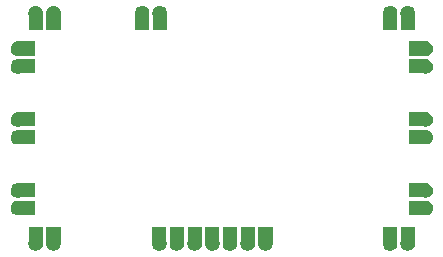
<source format=gbr>
G04 #@! TF.FileFunction,Soldermask,Bot*
%FSLAX46Y46*%
G04 Gerber Fmt 4.6, Leading zero omitted, Abs format (unit mm)*
G04 Created by KiCad (PCBNEW (2015-09-15 BZR 13, Git 37c8462)-brewed_product) date Thursday, 17 September 2015 'pmt' 19:10:14*
%MOMM*%
G01*
G04 APERTURE LIST*
%ADD10C,0.020000*%
G04 APERTURE END LIST*
D10*
G36*
X113601600Y-108831547D02*
X113602133Y-108836985D01*
X113622290Y-108938789D01*
X113622290Y-108938793D01*
X113622327Y-108938980D01*
X113620380Y-109078372D01*
X113620338Y-109078556D01*
X113620338Y-109078565D01*
X113593344Y-109197379D01*
X113543706Y-109308868D01*
X113473359Y-109408592D01*
X113384980Y-109492753D01*
X113281940Y-109558146D01*
X113168162Y-109602277D01*
X113047972Y-109623469D01*
X112925961Y-109620914D01*
X112806766Y-109594707D01*
X112694935Y-109545849D01*
X112594723Y-109476200D01*
X112509947Y-109388412D01*
X112443838Y-109285830D01*
X112398910Y-109172356D01*
X112376880Y-109052324D01*
X112378584Y-108930297D01*
X112397788Y-108839947D01*
X112398400Y-108834126D01*
X112398400Y-107598400D01*
X113601600Y-107598400D01*
X113601600Y-108831547D01*
X113601600Y-108831547D01*
G37*
G36*
X115101600Y-108831547D02*
X115102133Y-108836985D01*
X115122290Y-108938789D01*
X115122290Y-108938793D01*
X115122327Y-108938980D01*
X115120380Y-109078372D01*
X115120338Y-109078556D01*
X115120338Y-109078565D01*
X115093344Y-109197379D01*
X115043706Y-109308868D01*
X114973359Y-109408592D01*
X114884980Y-109492753D01*
X114781940Y-109558146D01*
X114668162Y-109602277D01*
X114547972Y-109623469D01*
X114425961Y-109620914D01*
X114306766Y-109594707D01*
X114194935Y-109545849D01*
X114094723Y-109476200D01*
X114009947Y-109388412D01*
X113943838Y-109285830D01*
X113898910Y-109172356D01*
X113876880Y-109052324D01*
X113878584Y-108930297D01*
X113897788Y-108839947D01*
X113898400Y-108834126D01*
X113898400Y-107598400D01*
X115101600Y-107598400D01*
X115101600Y-108831547D01*
X115101600Y-108831547D01*
G37*
G36*
X124051600Y-108831547D02*
X124052133Y-108836985D01*
X124072290Y-108938789D01*
X124072290Y-108938793D01*
X124072327Y-108938980D01*
X124070380Y-109078372D01*
X124070338Y-109078556D01*
X124070338Y-109078565D01*
X124043344Y-109197379D01*
X123993706Y-109308868D01*
X123923359Y-109408592D01*
X123834980Y-109492753D01*
X123731940Y-109558146D01*
X123618162Y-109602277D01*
X123497972Y-109623469D01*
X123375961Y-109620914D01*
X123256766Y-109594707D01*
X123144935Y-109545849D01*
X123044723Y-109476200D01*
X122959947Y-109388412D01*
X122893838Y-109285830D01*
X122848910Y-109172356D01*
X122826880Y-109052324D01*
X122828584Y-108930297D01*
X122847788Y-108839947D01*
X122848400Y-108834126D01*
X122848400Y-107598400D01*
X124051600Y-107598400D01*
X124051600Y-108831547D01*
X124051600Y-108831547D01*
G37*
G36*
X125551600Y-108831547D02*
X125552133Y-108836985D01*
X125572290Y-108938789D01*
X125572290Y-108938793D01*
X125572327Y-108938980D01*
X125570380Y-109078372D01*
X125570338Y-109078556D01*
X125570338Y-109078565D01*
X125543344Y-109197379D01*
X125493706Y-109308868D01*
X125423359Y-109408592D01*
X125334980Y-109492753D01*
X125231940Y-109558146D01*
X125118162Y-109602277D01*
X124997972Y-109623469D01*
X124875961Y-109620914D01*
X124756766Y-109594707D01*
X124644935Y-109545849D01*
X124544723Y-109476200D01*
X124459947Y-109388412D01*
X124393838Y-109285830D01*
X124348910Y-109172356D01*
X124326880Y-109052324D01*
X124328584Y-108930297D01*
X124347788Y-108839947D01*
X124348400Y-108834126D01*
X124348400Y-107598400D01*
X125551600Y-107598400D01*
X125551600Y-108831547D01*
X125551600Y-108831547D01*
G37*
G36*
X127051600Y-108831547D02*
X127052133Y-108836985D01*
X127072290Y-108938789D01*
X127072290Y-108938793D01*
X127072327Y-108938980D01*
X127070380Y-109078372D01*
X127070338Y-109078556D01*
X127070338Y-109078565D01*
X127043344Y-109197379D01*
X126993706Y-109308868D01*
X126923359Y-109408592D01*
X126834980Y-109492753D01*
X126731940Y-109558146D01*
X126618162Y-109602277D01*
X126497972Y-109623469D01*
X126375961Y-109620914D01*
X126256766Y-109594707D01*
X126144935Y-109545849D01*
X126044723Y-109476200D01*
X125959947Y-109388412D01*
X125893838Y-109285830D01*
X125848910Y-109172356D01*
X125826880Y-109052324D01*
X125828584Y-108930297D01*
X125847788Y-108839947D01*
X125848400Y-108834126D01*
X125848400Y-107598400D01*
X127051600Y-107598400D01*
X127051600Y-108831547D01*
X127051600Y-108831547D01*
G37*
G36*
X128551600Y-108831547D02*
X128552133Y-108836985D01*
X128572290Y-108938789D01*
X128572290Y-108938793D01*
X128572327Y-108938980D01*
X128570380Y-109078372D01*
X128570338Y-109078556D01*
X128570338Y-109078565D01*
X128543344Y-109197379D01*
X128493706Y-109308868D01*
X128423359Y-109408592D01*
X128334980Y-109492753D01*
X128231940Y-109558146D01*
X128118162Y-109602277D01*
X127997972Y-109623469D01*
X127875961Y-109620914D01*
X127756766Y-109594707D01*
X127644935Y-109545849D01*
X127544723Y-109476200D01*
X127459947Y-109388412D01*
X127393838Y-109285830D01*
X127348910Y-109172356D01*
X127326880Y-109052324D01*
X127328584Y-108930297D01*
X127347788Y-108839947D01*
X127348400Y-108834126D01*
X127348400Y-107598400D01*
X128551600Y-107598400D01*
X128551600Y-108831547D01*
X128551600Y-108831547D01*
G37*
G36*
X130051600Y-108831547D02*
X130052133Y-108836985D01*
X130072290Y-108938789D01*
X130072290Y-108938793D01*
X130072327Y-108938980D01*
X130070380Y-109078372D01*
X130070338Y-109078556D01*
X130070338Y-109078565D01*
X130043344Y-109197379D01*
X129993706Y-109308868D01*
X129923359Y-109408592D01*
X129834980Y-109492753D01*
X129731940Y-109558146D01*
X129618162Y-109602277D01*
X129497972Y-109623469D01*
X129375961Y-109620914D01*
X129256766Y-109594707D01*
X129144935Y-109545849D01*
X129044723Y-109476200D01*
X128959947Y-109388412D01*
X128893838Y-109285830D01*
X128848910Y-109172356D01*
X128826880Y-109052324D01*
X128828584Y-108930297D01*
X128847788Y-108839947D01*
X128848400Y-108834126D01*
X128848400Y-107598400D01*
X130051600Y-107598400D01*
X130051600Y-108831547D01*
X130051600Y-108831547D01*
G37*
G36*
X131551600Y-108831547D02*
X131552133Y-108836985D01*
X131572290Y-108938789D01*
X131572290Y-108938793D01*
X131572327Y-108938980D01*
X131570380Y-109078372D01*
X131570338Y-109078556D01*
X131570338Y-109078565D01*
X131543344Y-109197379D01*
X131493706Y-109308868D01*
X131423359Y-109408592D01*
X131334980Y-109492753D01*
X131231940Y-109558146D01*
X131118162Y-109602277D01*
X130997972Y-109623469D01*
X130875961Y-109620914D01*
X130756766Y-109594707D01*
X130644935Y-109545849D01*
X130544723Y-109476200D01*
X130459947Y-109388412D01*
X130393838Y-109285830D01*
X130348910Y-109172356D01*
X130326880Y-109052324D01*
X130328584Y-108930297D01*
X130347788Y-108839947D01*
X130348400Y-108834126D01*
X130348400Y-107598400D01*
X131551600Y-107598400D01*
X131551600Y-108831547D01*
X131551600Y-108831547D01*
G37*
G36*
X133051600Y-108831547D02*
X133052133Y-108836985D01*
X133072290Y-108938789D01*
X133072290Y-108938793D01*
X133072327Y-108938980D01*
X133070380Y-109078372D01*
X133070338Y-109078556D01*
X133070338Y-109078565D01*
X133043344Y-109197379D01*
X132993706Y-109308868D01*
X132923359Y-109408592D01*
X132834980Y-109492753D01*
X132731940Y-109558146D01*
X132618162Y-109602277D01*
X132497972Y-109623469D01*
X132375961Y-109620914D01*
X132256766Y-109594707D01*
X132144935Y-109545849D01*
X132044723Y-109476200D01*
X131959947Y-109388412D01*
X131893838Y-109285830D01*
X131848910Y-109172356D01*
X131826880Y-109052324D01*
X131828584Y-108930297D01*
X131847788Y-108839947D01*
X131848400Y-108834126D01*
X131848400Y-107598400D01*
X133051600Y-107598400D01*
X133051600Y-108831547D01*
X133051600Y-108831547D01*
G37*
G36*
X143601600Y-108831547D02*
X143602133Y-108836985D01*
X143622290Y-108938789D01*
X143622290Y-108938793D01*
X143622327Y-108938980D01*
X143620380Y-109078372D01*
X143620338Y-109078556D01*
X143620338Y-109078565D01*
X143593344Y-109197379D01*
X143543706Y-109308868D01*
X143473359Y-109408592D01*
X143384980Y-109492753D01*
X143281940Y-109558146D01*
X143168162Y-109602277D01*
X143047972Y-109623469D01*
X142925961Y-109620914D01*
X142806766Y-109594707D01*
X142694935Y-109545849D01*
X142594723Y-109476200D01*
X142509947Y-109388412D01*
X142443838Y-109285830D01*
X142398910Y-109172356D01*
X142376880Y-109052324D01*
X142378584Y-108930297D01*
X142397788Y-108839947D01*
X142398400Y-108834126D01*
X142398400Y-107598400D01*
X143601600Y-107598400D01*
X143601600Y-108831547D01*
X143601600Y-108831547D01*
G37*
G36*
X145101600Y-108831547D02*
X145102133Y-108836985D01*
X145122290Y-108938789D01*
X145122290Y-108938793D01*
X145122327Y-108938980D01*
X145120380Y-109078372D01*
X145120338Y-109078556D01*
X145120338Y-109078565D01*
X145093344Y-109197379D01*
X145043706Y-109308868D01*
X144973359Y-109408592D01*
X144884980Y-109492753D01*
X144781940Y-109558146D01*
X144668162Y-109602277D01*
X144547972Y-109623469D01*
X144425961Y-109620914D01*
X144306766Y-109594707D01*
X144194935Y-109545849D01*
X144094723Y-109476200D01*
X144009947Y-109388412D01*
X143943838Y-109285830D01*
X143898910Y-109172356D01*
X143876880Y-109052324D01*
X143878584Y-108930297D01*
X143897788Y-108839947D01*
X143898400Y-108834126D01*
X143898400Y-107598400D01*
X145101600Y-107598400D01*
X145101600Y-108831547D01*
X145101600Y-108831547D01*
G37*
G36*
X146065362Y-105378113D02*
X146184911Y-105402652D01*
X146297414Y-105449944D01*
X146398588Y-105518186D01*
X146484582Y-105604784D01*
X146552119Y-105706435D01*
X146598624Y-105819263D01*
X146622290Y-105938789D01*
X146622290Y-105938793D01*
X146622327Y-105938980D01*
X146620380Y-106078372D01*
X146620338Y-106078556D01*
X146620338Y-106078565D01*
X146593344Y-106197379D01*
X146543706Y-106308868D01*
X146473359Y-106408592D01*
X146384980Y-106492753D01*
X146281940Y-106558146D01*
X146168162Y-106602277D01*
X146047972Y-106623469D01*
X145925961Y-106620914D01*
X145841087Y-106602253D01*
X145835074Y-106601600D01*
X144598400Y-106601600D01*
X144598400Y-105398400D01*
X145829863Y-105398400D01*
X145835110Y-105397904D01*
X145943328Y-105377260D01*
X146065362Y-105378113D01*
X146065362Y-105378113D01*
G37*
G36*
X111565362Y-105378113D02*
X111661410Y-105397828D01*
X111667040Y-105398400D01*
X112901600Y-105398400D01*
X112901600Y-106601600D01*
X111674455Y-106601600D01*
X111669593Y-106602025D01*
X111547973Y-106623469D01*
X111425961Y-106620914D01*
X111306766Y-106594707D01*
X111194935Y-106545849D01*
X111094723Y-106476200D01*
X111009947Y-106388412D01*
X110943838Y-106285830D01*
X110898910Y-106172356D01*
X110876880Y-106052324D01*
X110878584Y-105930297D01*
X110903956Y-105810927D01*
X110952036Y-105698751D01*
X111020982Y-105598058D01*
X111108178Y-105512669D01*
X111210295Y-105445846D01*
X111323448Y-105400129D01*
X111443328Y-105377260D01*
X111565362Y-105378113D01*
X111565362Y-105378113D01*
G37*
G36*
X111565362Y-103878113D02*
X111661410Y-103897828D01*
X111667040Y-103898400D01*
X112901600Y-103898400D01*
X112901600Y-105101600D01*
X111674455Y-105101600D01*
X111669593Y-105102025D01*
X111547973Y-105123469D01*
X111425961Y-105120914D01*
X111306766Y-105094707D01*
X111194935Y-105045849D01*
X111094723Y-104976200D01*
X111009947Y-104888412D01*
X110943838Y-104785830D01*
X110898910Y-104672356D01*
X110876880Y-104552324D01*
X110878584Y-104430297D01*
X110903956Y-104310927D01*
X110952036Y-104198751D01*
X111020982Y-104098058D01*
X111108178Y-104012669D01*
X111210295Y-103945846D01*
X111323448Y-103900129D01*
X111443328Y-103877260D01*
X111565362Y-103878113D01*
X111565362Y-103878113D01*
G37*
G36*
X146065362Y-103878113D02*
X146184911Y-103902652D01*
X146297414Y-103949944D01*
X146398588Y-104018186D01*
X146484582Y-104104784D01*
X146552119Y-104206435D01*
X146598624Y-104319263D01*
X146622290Y-104438789D01*
X146622290Y-104438793D01*
X146622327Y-104438980D01*
X146620380Y-104578372D01*
X146620338Y-104578556D01*
X146620338Y-104578565D01*
X146593344Y-104697379D01*
X146543706Y-104808868D01*
X146473359Y-104908592D01*
X146384980Y-104992753D01*
X146281940Y-105058146D01*
X146168162Y-105102277D01*
X146047972Y-105123469D01*
X145925961Y-105120914D01*
X145841087Y-105102253D01*
X145835074Y-105101600D01*
X144598400Y-105101600D01*
X144598400Y-103898400D01*
X145829863Y-103898400D01*
X145835110Y-103897904D01*
X145943328Y-103877260D01*
X146065362Y-103878113D01*
X146065362Y-103878113D01*
G37*
G36*
X111565362Y-99378113D02*
X111661410Y-99397828D01*
X111667040Y-99398400D01*
X112901600Y-99398400D01*
X112901600Y-100601600D01*
X111674455Y-100601600D01*
X111669593Y-100602025D01*
X111547973Y-100623469D01*
X111425961Y-100620914D01*
X111306766Y-100594707D01*
X111194935Y-100545849D01*
X111094723Y-100476200D01*
X111009947Y-100388412D01*
X110943838Y-100285830D01*
X110898910Y-100172356D01*
X110876880Y-100052324D01*
X110878584Y-99930297D01*
X110903956Y-99810927D01*
X110952036Y-99698751D01*
X111020982Y-99598058D01*
X111108178Y-99512669D01*
X111210295Y-99445846D01*
X111323448Y-99400129D01*
X111443328Y-99377260D01*
X111565362Y-99378113D01*
X111565362Y-99378113D01*
G37*
G36*
X146065362Y-99378113D02*
X146184911Y-99402652D01*
X146297414Y-99449944D01*
X146398588Y-99518186D01*
X146484582Y-99604784D01*
X146552119Y-99706435D01*
X146598624Y-99819263D01*
X146622290Y-99938789D01*
X146622290Y-99938793D01*
X146622327Y-99938980D01*
X146620380Y-100078372D01*
X146620338Y-100078556D01*
X146620338Y-100078565D01*
X146593344Y-100197379D01*
X146543706Y-100308868D01*
X146473359Y-100408592D01*
X146384980Y-100492753D01*
X146281940Y-100558146D01*
X146168162Y-100602277D01*
X146047972Y-100623469D01*
X145925961Y-100620914D01*
X145841087Y-100602253D01*
X145835074Y-100601600D01*
X144598400Y-100601600D01*
X144598400Y-99398400D01*
X145829863Y-99398400D01*
X145835110Y-99397904D01*
X145943328Y-99377260D01*
X146065362Y-99378113D01*
X146065362Y-99378113D01*
G37*
G36*
X111565362Y-97878113D02*
X111661410Y-97897828D01*
X111667040Y-97898400D01*
X112901600Y-97898400D01*
X112901600Y-99101600D01*
X111674455Y-99101600D01*
X111669593Y-99102025D01*
X111547973Y-99123469D01*
X111425961Y-99120914D01*
X111306766Y-99094707D01*
X111194935Y-99045849D01*
X111094723Y-98976200D01*
X111009947Y-98888412D01*
X110943838Y-98785830D01*
X110898910Y-98672356D01*
X110876880Y-98552324D01*
X110878584Y-98430297D01*
X110903956Y-98310927D01*
X110952036Y-98198751D01*
X111020982Y-98098058D01*
X111108178Y-98012669D01*
X111210295Y-97945846D01*
X111323448Y-97900129D01*
X111443328Y-97877260D01*
X111565362Y-97878113D01*
X111565362Y-97878113D01*
G37*
G36*
X146065362Y-97878113D02*
X146184911Y-97902652D01*
X146297414Y-97949944D01*
X146398588Y-98018186D01*
X146484582Y-98104784D01*
X146552119Y-98206435D01*
X146598624Y-98319263D01*
X146622290Y-98438789D01*
X146622290Y-98438793D01*
X146622327Y-98438980D01*
X146620380Y-98578372D01*
X146620338Y-98578556D01*
X146620338Y-98578565D01*
X146593344Y-98697379D01*
X146543706Y-98808868D01*
X146473359Y-98908592D01*
X146384980Y-98992753D01*
X146281940Y-99058146D01*
X146168162Y-99102277D01*
X146047972Y-99123469D01*
X145925961Y-99120914D01*
X145841087Y-99102253D01*
X145835074Y-99101600D01*
X144598400Y-99101600D01*
X144598400Y-97898400D01*
X145829863Y-97898400D01*
X145835110Y-97897904D01*
X145943328Y-97877260D01*
X146065362Y-97878113D01*
X146065362Y-97878113D01*
G37*
G36*
X111565362Y-93378113D02*
X111661410Y-93397828D01*
X111667040Y-93398400D01*
X112901600Y-93398400D01*
X112901600Y-94601600D01*
X111674455Y-94601600D01*
X111669593Y-94602025D01*
X111547973Y-94623469D01*
X111425961Y-94620914D01*
X111306766Y-94594707D01*
X111194935Y-94545849D01*
X111094723Y-94476200D01*
X111009947Y-94388412D01*
X110943838Y-94285830D01*
X110898910Y-94172356D01*
X110876880Y-94052324D01*
X110878584Y-93930297D01*
X110903956Y-93810927D01*
X110952036Y-93698751D01*
X111020982Y-93598058D01*
X111108178Y-93512669D01*
X111210295Y-93445846D01*
X111323448Y-93400129D01*
X111443328Y-93377260D01*
X111565362Y-93378113D01*
X111565362Y-93378113D01*
G37*
G36*
X146065362Y-93378113D02*
X146184911Y-93402652D01*
X146297414Y-93449944D01*
X146398588Y-93518186D01*
X146484582Y-93604784D01*
X146552119Y-93706435D01*
X146598624Y-93819263D01*
X146622290Y-93938789D01*
X146622290Y-93938793D01*
X146622327Y-93938980D01*
X146620380Y-94078372D01*
X146620338Y-94078556D01*
X146620338Y-94078565D01*
X146593344Y-94197379D01*
X146543706Y-94308868D01*
X146473359Y-94408592D01*
X146384980Y-94492753D01*
X146281940Y-94558146D01*
X146168162Y-94602277D01*
X146047972Y-94623469D01*
X145925961Y-94620914D01*
X145841087Y-94602253D01*
X145835074Y-94601600D01*
X144598400Y-94601600D01*
X144598400Y-93398400D01*
X145829863Y-93398400D01*
X145835110Y-93397904D01*
X145943328Y-93377260D01*
X146065362Y-93378113D01*
X146065362Y-93378113D01*
G37*
G36*
X146065362Y-91878113D02*
X146184911Y-91902652D01*
X146297414Y-91949944D01*
X146398588Y-92018186D01*
X146484582Y-92104784D01*
X146552119Y-92206435D01*
X146598624Y-92319263D01*
X146622290Y-92438789D01*
X146622290Y-92438793D01*
X146622327Y-92438980D01*
X146620380Y-92578372D01*
X146620338Y-92578556D01*
X146620338Y-92578565D01*
X146593344Y-92697379D01*
X146543706Y-92808868D01*
X146473359Y-92908592D01*
X146384980Y-92992753D01*
X146281940Y-93058146D01*
X146168162Y-93102277D01*
X146047972Y-93123469D01*
X145925961Y-93120914D01*
X145841087Y-93102253D01*
X145835074Y-93101600D01*
X144598400Y-93101600D01*
X144598400Y-91898400D01*
X145829863Y-91898400D01*
X145835110Y-91897904D01*
X145943328Y-91877260D01*
X146065362Y-91878113D01*
X146065362Y-91878113D01*
G37*
G36*
X111565362Y-91878113D02*
X111661410Y-91897828D01*
X111667040Y-91898400D01*
X112901600Y-91898400D01*
X112901600Y-93101600D01*
X111674455Y-93101600D01*
X111669593Y-93102025D01*
X111547973Y-93123469D01*
X111425961Y-93120914D01*
X111306766Y-93094707D01*
X111194935Y-93045849D01*
X111094723Y-92976200D01*
X111009947Y-92888412D01*
X110943838Y-92785830D01*
X110898910Y-92672356D01*
X110876880Y-92552324D01*
X110878584Y-92430297D01*
X110903956Y-92310927D01*
X110952036Y-92198751D01*
X111020982Y-92098058D01*
X111108178Y-92012669D01*
X111210295Y-91945846D01*
X111323448Y-91900129D01*
X111443328Y-91877260D01*
X111565362Y-91878113D01*
X111565362Y-91878113D01*
G37*
G36*
X113065362Y-88878113D02*
X113184911Y-88902652D01*
X113297414Y-88949944D01*
X113398588Y-89018186D01*
X113484582Y-89104784D01*
X113552119Y-89206435D01*
X113598624Y-89319263D01*
X113622290Y-89438789D01*
X113622290Y-89438793D01*
X113622327Y-89438980D01*
X113620380Y-89578372D01*
X113620338Y-89578556D01*
X113620338Y-89578565D01*
X113602296Y-89657978D01*
X113601600Y-89664181D01*
X113601600Y-90901600D01*
X112398400Y-90901600D01*
X112398400Y-89672126D01*
X112397940Y-89667072D01*
X112376880Y-89552324D01*
X112378584Y-89430297D01*
X112403956Y-89310927D01*
X112452036Y-89198751D01*
X112520982Y-89098058D01*
X112608178Y-89012669D01*
X112710295Y-88945846D01*
X112823448Y-88900129D01*
X112943328Y-88877260D01*
X113065362Y-88878113D01*
X113065362Y-88878113D01*
G37*
G36*
X114565362Y-88878113D02*
X114684911Y-88902652D01*
X114797414Y-88949944D01*
X114898588Y-89018186D01*
X114984582Y-89104784D01*
X115052119Y-89206435D01*
X115098624Y-89319263D01*
X115122290Y-89438789D01*
X115122290Y-89438793D01*
X115122327Y-89438980D01*
X115120380Y-89578372D01*
X115120338Y-89578556D01*
X115120338Y-89578565D01*
X115102296Y-89657978D01*
X115101600Y-89664181D01*
X115101600Y-90901600D01*
X113898400Y-90901600D01*
X113898400Y-89672126D01*
X113897940Y-89667072D01*
X113876880Y-89552324D01*
X113878584Y-89430297D01*
X113903956Y-89310927D01*
X113952036Y-89198751D01*
X114020982Y-89098058D01*
X114108178Y-89012669D01*
X114210295Y-88945846D01*
X114323448Y-88900129D01*
X114443328Y-88877260D01*
X114565362Y-88878113D01*
X114565362Y-88878113D01*
G37*
G36*
X144565362Y-88878113D02*
X144684911Y-88902652D01*
X144797414Y-88949944D01*
X144898588Y-89018186D01*
X144984582Y-89104784D01*
X145052119Y-89206435D01*
X145098624Y-89319263D01*
X145122290Y-89438789D01*
X145122290Y-89438793D01*
X145122327Y-89438980D01*
X145120380Y-89578372D01*
X145120338Y-89578556D01*
X145120338Y-89578565D01*
X145102296Y-89657978D01*
X145101600Y-89664181D01*
X145101600Y-90901600D01*
X143898400Y-90901600D01*
X143898400Y-89672126D01*
X143897940Y-89667072D01*
X143876880Y-89552324D01*
X143878584Y-89430297D01*
X143903956Y-89310927D01*
X143952036Y-89198751D01*
X144020982Y-89098058D01*
X144108178Y-89012669D01*
X144210295Y-88945846D01*
X144323448Y-88900129D01*
X144443328Y-88877260D01*
X144565362Y-88878113D01*
X144565362Y-88878113D01*
G37*
G36*
X143065362Y-88878113D02*
X143184911Y-88902652D01*
X143297414Y-88949944D01*
X143398588Y-89018186D01*
X143484582Y-89104784D01*
X143552119Y-89206435D01*
X143598624Y-89319263D01*
X143622290Y-89438789D01*
X143622290Y-89438793D01*
X143622327Y-89438980D01*
X143620380Y-89578372D01*
X143620338Y-89578556D01*
X143620338Y-89578565D01*
X143602296Y-89657978D01*
X143601600Y-89664181D01*
X143601600Y-90901600D01*
X142398400Y-90901600D01*
X142398400Y-89672126D01*
X142397940Y-89667072D01*
X142376880Y-89552324D01*
X142378584Y-89430297D01*
X142403956Y-89310927D01*
X142452036Y-89198751D01*
X142520982Y-89098058D01*
X142608178Y-89012669D01*
X142710295Y-88945846D01*
X142823448Y-88900129D01*
X142943328Y-88877260D01*
X143065362Y-88878113D01*
X143065362Y-88878113D01*
G37*
G36*
X123565362Y-88878113D02*
X123684911Y-88902652D01*
X123797414Y-88949944D01*
X123898588Y-89018186D01*
X123984582Y-89104784D01*
X124052119Y-89206435D01*
X124098624Y-89319263D01*
X124122290Y-89438789D01*
X124122290Y-89438793D01*
X124122327Y-89438980D01*
X124120380Y-89578372D01*
X124120338Y-89578556D01*
X124120338Y-89578565D01*
X124102296Y-89657978D01*
X124101600Y-89664181D01*
X124101600Y-90901600D01*
X122898400Y-90901600D01*
X122898400Y-89672126D01*
X122897940Y-89667072D01*
X122876880Y-89552324D01*
X122878584Y-89430297D01*
X122903956Y-89310927D01*
X122952036Y-89198751D01*
X123020982Y-89098058D01*
X123108178Y-89012669D01*
X123210295Y-88945846D01*
X123323448Y-88900129D01*
X123443328Y-88877260D01*
X123565362Y-88878113D01*
X123565362Y-88878113D01*
G37*
G36*
X122065362Y-88878113D02*
X122184911Y-88902652D01*
X122297414Y-88949944D01*
X122398588Y-89018186D01*
X122484582Y-89104784D01*
X122552119Y-89206435D01*
X122598624Y-89319263D01*
X122622290Y-89438789D01*
X122622290Y-89438793D01*
X122622327Y-89438980D01*
X122620380Y-89578372D01*
X122620338Y-89578556D01*
X122620338Y-89578565D01*
X122602296Y-89657978D01*
X122601600Y-89664181D01*
X122601600Y-90901600D01*
X121398400Y-90901600D01*
X121398400Y-89672126D01*
X121397940Y-89667072D01*
X121376880Y-89552324D01*
X121378584Y-89430297D01*
X121403956Y-89310927D01*
X121452036Y-89198751D01*
X121520982Y-89098058D01*
X121608178Y-89012669D01*
X121710295Y-88945846D01*
X121823448Y-88900129D01*
X121943328Y-88877260D01*
X122065362Y-88878113D01*
X122065362Y-88878113D01*
G37*
M02*

</source>
